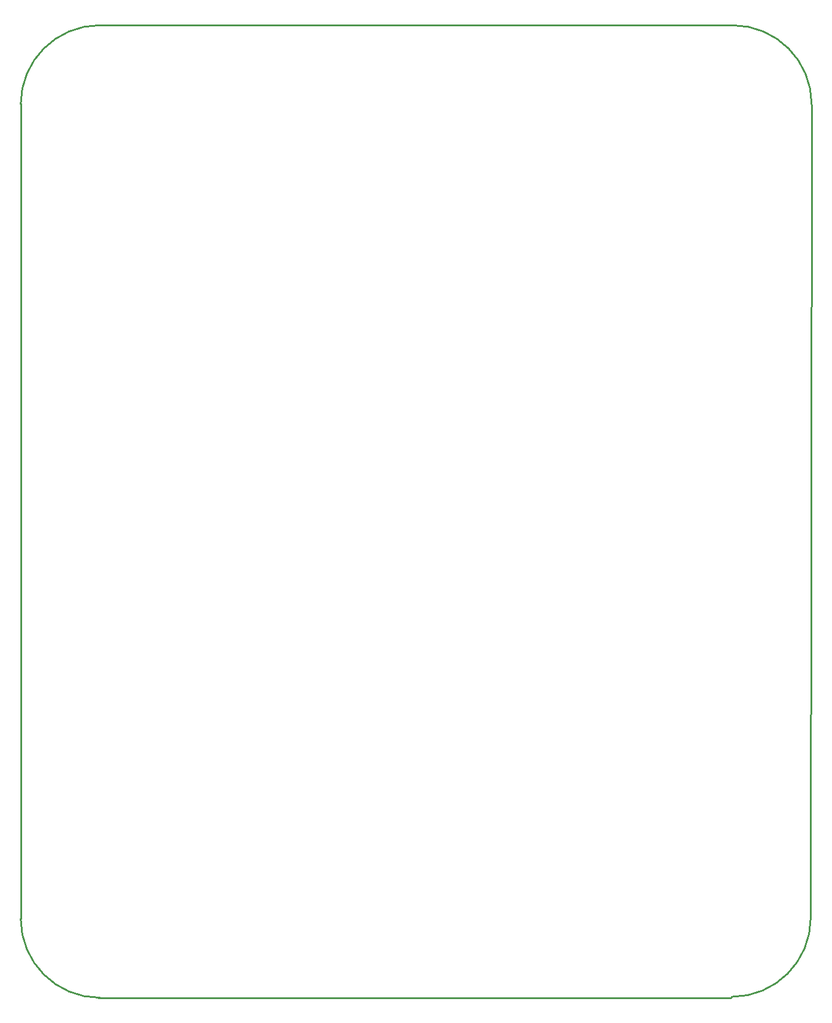
<source format=gko>
G04 Layer: BoardOutline*
G04 EasyEDA v6.4.0, 2020-07-06T20:42:06--4:00*
G04 ceb930e8192849dcbdd75014d79c76d5,10*
G04 Gerber Generator version 0.2*
G04 Scale: 100 percent, Rotated: No, Reflected: No *
G04 Dimensions in millimeters *
G04 leading zeros omitted , absolute positions ,3 integer and 3 decimal *
%FSLAX33Y33*%
%MOMM*%
G90*
G71D02*

%ADD10C,0.254000*%
G54D10*
G01X11204Y137795D02*
G01X100835Y137795D01*
G01X112039Y126593D02*
G01X111912Y11049D01*
G01X100578Y0D02*
G01X10947Y0D01*
G01X25Y11176D02*
G01X0Y126720D01*
G75*
G01X100835Y137795D02*
G02X112039Y126591I0J-11204D01*
G01*
G75*
G01X111912Y11331D02*
G02X100708Y127I-11204J0D01*
G01*
G75*
G01X11204Y0D02*
G02X0Y11204I0J11204D01*
G01*
G75*
G01X0Y126591D02*
G02X11204Y137795I11204J0D01*
G01*

%LPD*%
M00*
M02*

</source>
